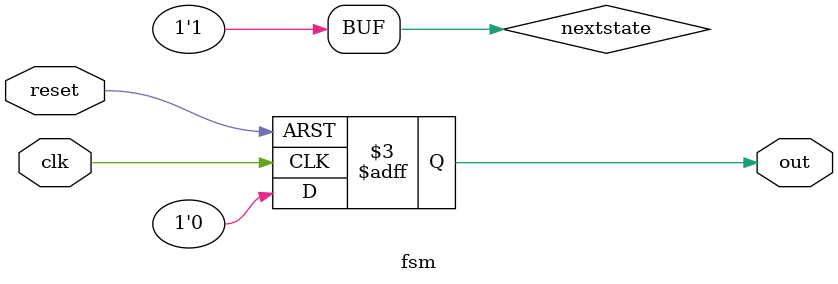
<source format=v>
module fsm  #(parameter a0 =0,a1=1 )
(clk,reset,out);
input wire clk;
input wire reset;
//input wire in;

output reg out;







reg nextstate=a1;
always @(posedge clk or negedge reset)begin
if (reset)
begin
    out <=a0;
end
else
begin
   out <=nextstate;
end
end


  
endmodule
</source>
